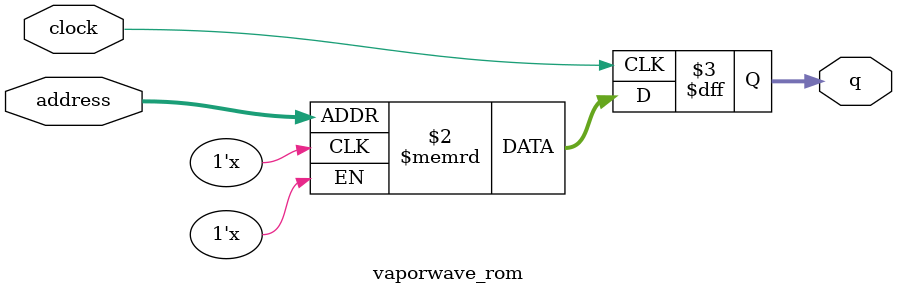
<source format=sv>
module vaporwave_rom (
	input logic clock,
	input logic [18:0] address,
	output logic [3:0] q
);

logic [3:0] memory [0:307199] /* synthesis ram_init_file = "./vaporwave/vaporwave.COE" */;

always_ff @ (posedge clock) begin
	q <= memory[address];
end

endmodule

</source>
